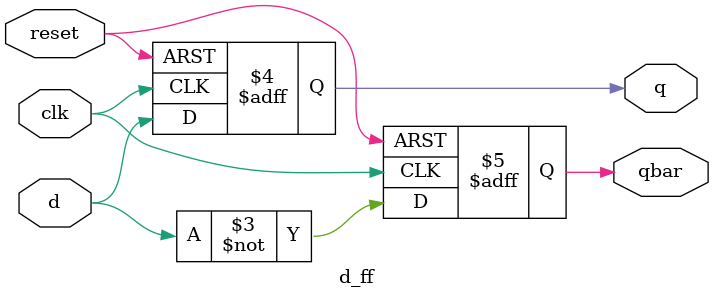
<source format=v>
module d_ff (q,qbar,d,clk,reset);
	output reg q,qbar;
	input d,clk,reset;

	always@(posedge clk, negedge reset)
	begin
		if(!reset)
			begin
				q = 1'b0;
				qbar = 1'b1;
			end
		else
			begin
				q <= d;
				qbar <= ~d;
			end
	end
endmodule

</source>
